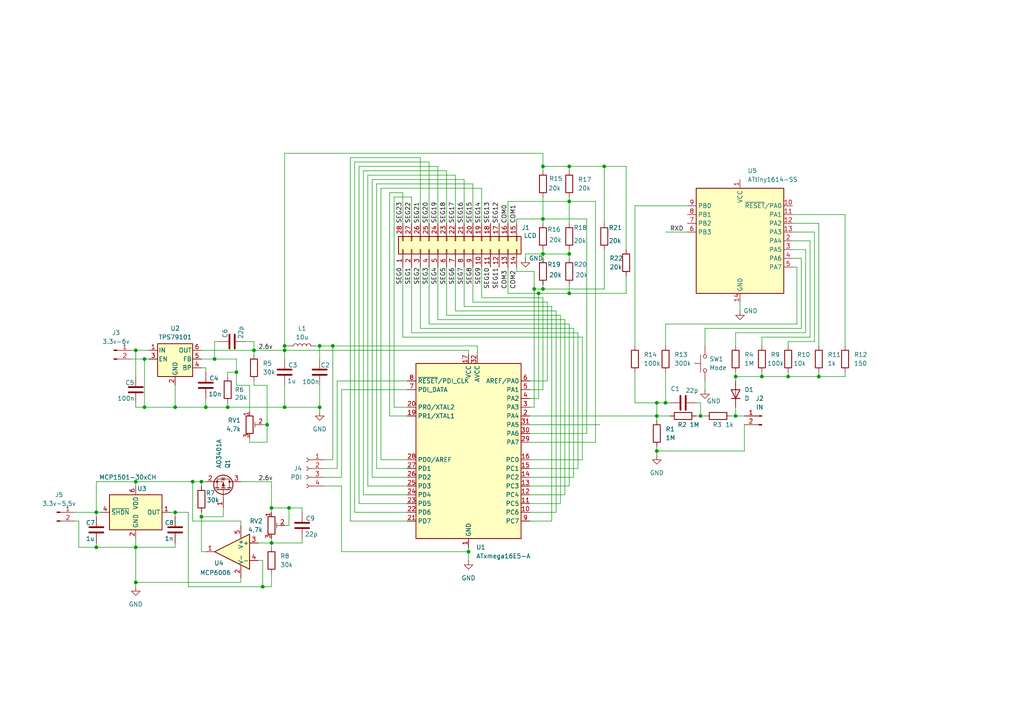
<source format=kicad_sch>
(kicad_sch (version 20231120) (generator "eeschema") (generator_version "8.0")
  (paper "A4")
  (lib_symbols
    (symbol "Amplifier_Operational:MCP6001-OT" (pin_names (offset 0.127))
      (property "Reference" "U" (at -1.27 6.35 0))
      (property "Value" "MCP6001-OT" (at -1.27 3.81 0))
      (symbol "MCP6001-OT_0_1"
        (polyline (pts (xy -5.08 5.08) (xy 5.08 0) (xy -5.08 -5.08) (xy -5.08 5.08)) (stroke (width 0.254)) (fill (type background)))
        (pin power_in line (at -2.54 -7.62 90) (length 3.81) (name "V-") (number "2"))
        (pin power_in line (at -2.54 7.62 270) (length 3.81) (name "V+") (number "5"))
      )
      (symbol "MCP6001-OT_1_1"
        (pin output line (at 7.62 0 180) (length 2.54) (name "~") (number "1"))
        (pin input line (at -7.62 2.54 0) (length 2.54) (name "+") (number "3"))
        (pin input line (at -7.62 -2.54 0) (length 2.54) (name "-") (number "4"))
      )
    )
    (symbol "Connector:Conn_01x02_Pin" (pin_names (offset 1.016) hide)
      (property "Reference" "J" (at 0 2.54 0))
      (property "Value" "Conn_01x02_Pin" (at 0 -5.08 0))
      (symbol "Conn_01x02_Pin_1_1"
        (polyline (pts (xy 1.27 -2.54) (xy 0.8636 -2.54)) (stroke (width 0.1524)))
        (polyline (pts (xy 1.27 0) (xy 0.8636 0)) (stroke (width 0.1524)))
        (rectangle (start 0.8636 -2.413) (end 0 -2.667) (stroke (width 0.1524)) (fill (type outline)))
        (rectangle (start 0.8636 0.127) (end 0 -0.127) (stroke (width 0.1524)) (fill (type outline)))
        (pin passive line (at 5.08 0 180) (length 3.81) (name "Pin_1") (number "1"))
        (pin passive line (at 5.08 -2.54 180) (length 3.81) (name "Pin_2") (number "2"))
      )
    )
    (symbol "Connector:Conn_01x04_Socket" (pin_names (offset 1.016) hide)
      (property "Reference" "J" (at 0 5.08 0))
      (property "Value" "Conn_01x04_Socket" (at 0 -7.62 0))
      (symbol "Conn_01x04_Socket_1_1"
        (arc (start 0 -4.572) (mid -0.5058 -5.08) (end 0 -5.588) (stroke (width 0.1524)))
        (arc (start 0 -2.032) (mid -0.5058 -2.54) (end 0 -3.048) (stroke (width 0.1524)))
        (polyline (pts (xy -1.27 -5.08) (xy -0.508 -5.08)) (stroke (width 0.1524)))
        (polyline (pts (xy -1.27 -2.54) (xy -0.508 -2.54)) (stroke (width 0.1524)))
        (polyline (pts (xy -1.27 0) (xy -0.508 0)) (stroke (width 0.1524)))
        (polyline (pts (xy -1.27 2.54) (xy -0.508 2.54)) (stroke (width 0.1524)))
        (arc (start 0 0.508) (mid -0.5058 0) (end 0 -0.508) (stroke (width 0.1524)))
        (arc (start 0 3.048) (mid -0.5058 2.54) (end 0 2.032) (stroke (width 0.1524)))
        (pin passive line (at -5.08 2.54 0) (length 3.81) (name "Pin_1") (number "1"))
        (pin passive line (at -5.08 0 0) (length 3.81) (name "Pin_2") (number "2"))
        (pin passive line (at -5.08 -2.54 0) (length 3.81) (name "Pin_3") (number "3"))
        (pin passive line (at -5.08 -5.08 0) (length 3.81) (name "Pin_4") (number "4"))
      )
    )
    (symbol "Connector_Generic:Conn_02x14_Counter_Clockwise" (pin_names (offset 1.016) hide)
      (property "Reference" "J" (at 1.27 17.78 0))
      (property "Value" "Conn_02x14_Counter_Clockwise" (at 1.27 -20.32 0))
      (symbol "Conn_02x14_Counter_Clockwise_1_1"
        (rectangle (start -1.27 -17.653) (end 0 -17.907) (stroke (width 0.1524)))
        (rectangle (start -1.27 -15.113) (end 0 -15.367) (stroke (width 0.1524)))
        (rectangle (start -1.27 -12.573) (end 0 -12.827) (stroke (width 0.1524)))
        (rectangle (start -1.27 -10.033) (end 0 -10.287) (stroke (width 0.1524)))
        (rectangle (start -1.27 -7.493) (end 0 -7.747) (stroke (width 0.1524)))
        (rectangle (start -1.27 -4.953) (end 0 -5.207) (stroke (width 0.1524)))
        (rectangle (start -1.27 -2.413) (end 0 -2.667) (stroke (width 0.1524)))
        (rectangle (start -1.27 0.127) (end 0 -0.127) (stroke (width 0.1524)))
        (rectangle (start -1.27 2.667) (end 0 2.413) (stroke (width 0.1524)))
        (rectangle (start -1.27 5.207) (end 0 4.953) (stroke (width 0.1524)))
        (rectangle (start -1.27 7.747) (end 0 7.493) (stroke (width 0.1524)))
        (rectangle (start -1.27 10.287) (end 0 10.033) (stroke (width 0.1524)))
        (rectangle (start -1.27 12.827) (end 0 12.573) (stroke (width 0.1524)))
        (rectangle (start -1.27 15.367) (end 0 15.113) (stroke (width 0.1524)))
        (rectangle (start -1.27 16.51) (end 3.81 -19.05) (stroke (width 0.254)) (fill (type background)))
        (rectangle (start 3.81 -17.653) (end 2.54 -17.907) (stroke (width 0.1524)))
        (rectangle (start 3.81 -15.113) (end 2.54 -15.367) (stroke (width 0.1524)))
        (rectangle (start 3.81 -12.573) (end 2.54 -12.827) (stroke (width 0.1524)))
        (rectangle (start 3.81 -10.033) (end 2.54 -10.287) (stroke (width 0.1524)))
        (rectangle (start 3.81 -7.493) (end 2.54 -7.747) (stroke (width 0.1524)))
        (rectangle (start 3.81 -4.953) (end 2.54 -5.207) (stroke (width 0.1524)))
        (rectangle (start 3.81 -2.413) (end 2.54 -2.667) (stroke (width 0.1524)))
        (rectangle (start 3.81 0.127) (end 2.54 -0.127) (stroke (width 0.1524)))
        (rectangle (start 3.81 2.667) (end 2.54 2.413) (stroke (width 0.1524)))
        (rectangle (start 3.81 5.207) (end 2.54 4.953) (stroke (width 0.1524)))
        (rectangle (start 3.81 7.747) (end 2.54 7.493) (stroke (width 0.1524)))
        (rectangle (start 3.81 10.287) (end 2.54 10.033) (stroke (width 0.1524)))
        (rectangle (start 3.81 12.827) (end 2.54 12.573) (stroke (width 0.1524)))
        (rectangle (start 3.81 15.367) (end 2.54 15.113) (stroke (width 0.1524)))
        (pin passive line (at -5.08 15.24 0) (length 3.81) (name "Pin_1") (number "1"))
        (pin passive line (at -5.08 -7.62 0) (length 3.81) (name "Pin_10") (number "10"))
        (pin passive line (at -5.08 -10.16 0) (length 3.81) (name "Pin_11") (number "11"))
        (pin passive line (at -5.08 -12.7 0) (length 3.81) (name "Pin_12") (number "12"))
        (pin passive line (at -5.08 -15.24 0) (length 3.81) (name "Pin_13") (number "13"))
        (pin passive line (at -5.08 -17.78 0) (length 3.81) (name "Pin_14") (number "14"))
        (pin passive line (at 7.62 -17.78 180) (length 3.81) (name "Pin_15") (number "15"))
        (pin passive line (at 7.62 -15.24 180) (length 3.81) (name "Pin_16") (number "16"))
        (pin passive line (at 7.62 -12.7 180) (length 3.81) (name "Pin_17") (number "17"))
        (pin passive line (at 7.62 -10.16 180) (length 3.81) (name "Pin_18") (number "18"))
        (pin passive line (at 7.62 -7.62 180) (length 3.81) (name "Pin_19") (number "19"))
        (pin passive line (at -5.08 12.7 0) (length 3.81) (name "Pin_2") (number "2"))
        (pin passive line (at 7.62 -5.08 180) (length 3.81) (name "Pin_20") (number "20"))
        (pin passive line (at 7.62 -2.54 180) (length 3.81) (name "Pin_21") (number "21"))
        (pin passive line (at 7.62 0 180) (length 3.81) (name "Pin_22") (number "22"))
        (pin passive line (at 7.62 2.54 180) (length 3.81) (name "Pin_23") (number "23"))
        (pin passive line (at 7.62 5.08 180) (length 3.81) (name "Pin_24") (number "24"))
        (pin passive line (at 7.62 7.62 180) (length 3.81) (name "Pin_25") (number "25"))
        (pin passive line (at 7.62 10.16 180) (length 3.81) (name "Pin_26") (number "26"))
        (pin passive line (at 7.62 12.7 180) (length 3.81) (name "Pin_27") (number "27"))
        (pin passive line (at 7.62 15.24 180) (length 3.81) (name "Pin_28") (number "28"))
        (pin passive line (at -5.08 10.16 0) (length 3.81) (name "Pin_3") (number "3"))
        (pin passive line (at -5.08 7.62 0) (length 3.81) (name "Pin_4") (number "4"))
        (pin passive line (at -5.08 5.08 0) (length 3.81) (name "Pin_5") (number "5"))
        (pin passive line (at -5.08 2.54 0) (length 3.81) (name "Pin_6") (number "6"))
        (pin passive line (at -5.08 0 0) (length 3.81) (name "Pin_7") (number "7"))
        (pin passive line (at -5.08 -2.54 0) (length 3.81) (name "Pin_8") (number "8"))
        (pin passive line (at -5.08 -5.08 0) (length 3.81) (name "Pin_9") (number "9"))
      )
    )
    (symbol "Device:C" (pin_numbers hide) (pin_names (offset 0.254))
      (property "Reference" "C" (at 0.635 2.54 0))
      (property "Value" "C" (at 0.635 -2.54 0))
      (symbol "C_0_1"
        (polyline (pts (xy -2.032 -0.762) (xy 2.032 -0.762)) (stroke (width 0.508)))
        (polyline (pts (xy -2.032 0.762) (xy 2.032 0.762)) (stroke (width 0.508)))
      )
      (symbol "C_1_1"
        (pin passive line (at 0 3.81 270) (length 2.794) (name "~") (number "1"))
        (pin passive line (at 0 -3.81 90) (length 2.794) (name "~") (number "2"))
      )
    )
    (symbol "Device:D" (pin_numbers hide) (pin_names (offset 1.016) hide)
      (property "Reference" "D" (at 0 2.54 0))
      (property "Value" "D" (at 0 -2.54 0))
      (symbol "D_0_1"
        (polyline (pts (xy -1.27 1.27) (xy -1.27 -1.27)) (stroke (width 0.254)))
        (polyline (pts (xy 1.27 0) (xy -1.27 0)))
        (polyline (pts (xy 1.27 1.27) (xy 1.27 -1.27) (xy -1.27 0) (xy 1.27 1.27)) (stroke (width 0.254)))
      )
      (symbol "D_1_1"
        (pin passive line (at -3.81 0 0) (length 2.54) (name "K") (number "1"))
        (pin passive line (at 3.81 0 180) (length 2.54) (name "A") (number "2"))
      )
    )
    (symbol "Device:L" (pin_numbers hide) (pin_names (offset 1.016) hide)
      (property "Reference" "L" (at -1.27 0 90))
      (property "Value" "L" (at 1.905 0 90))
      (symbol "L_0_1"
        (arc (start 0 -2.54) (mid 0.6323 -1.905) (end 0 -1.27))
        (arc (start 0 -1.27) (mid 0.6323 -0.635) (end 0 0))
        (arc (start 0 0) (mid 0.6323 0.635) (end 0 1.27))
        (arc (start 0 1.27) (mid 0.6323 1.905) (end 0 2.54))
      )
      (symbol "L_1_1"
        (pin passive line (at 0 3.81 270) (length 1.27) (name "1") (number "1"))
        (pin passive line (at 0 -3.81 90) (length 1.27) (name "2") (number "2"))
      )
    )
    (symbol "Device:R" (pin_numbers hide) (pin_names (offset 0))
      (property "Reference" "R" (at 2.032 0 90))
      (property "Value" "R" (at 0 0 90))
      (symbol "R_0_1"
        (rectangle (start -1.016 -2.54) (end 1.016 2.54) (stroke (width 0.254)))
      )
      (symbol "R_1_1"
        (pin passive line (at 0 3.81 270) (length 1.27) (name "~") (number "1"))
        (pin passive line (at 0 -3.81 90) (length 1.27) (name "~") (number "2"))
      )
    )
    (symbol "Device:R_Potentiometer_Trim" (pin_names (offset 1.016) hide)
      (property "Reference" "RV" (at -4.445 0 90))
      (property "Value" "R_Potentiometer_Trim" (at -2.54 0 90))
      (symbol "R_Potentiometer_Trim_0_1"
        (polyline (pts (xy 1.524 0.762) (xy 1.524 -0.762)))
        (polyline (pts (xy 2.54 0) (xy 1.524 0)))
        (rectangle (start 1.016 2.54) (end -1.016 -2.54) (stroke (width 0.254)))
      )
      (symbol "R_Potentiometer_Trim_1_1"
        (pin passive line (at 0 3.81 270) (length 1.27) (name "1") (number "1"))
        (pin passive line (at 3.81 0 180) (length 1.27) (name "2") (number "2"))
        (pin passive line (at 0 -3.81 90) (length 1.27) (name "3") (number "3"))
      )
    )
    (symbol "MCU_Microchip_ATmega:ATxmega16E5-A"
      (property "Reference" "U" (at -15.24 26.67 0))
      (property "Value" "ATxmega16E5-A" (at 2.54 -26.67 0))
      (symbol "ATxmega16E5-A_0_1"
        (rectangle (start -15.24 -25.4) (end 15.24 25.4) (stroke (width 0.254)) (fill (type background)))
      )
      (symbol "ATxmega16E5-A_1_1"
        (pin power_in line (at 0 -27.94 90) (length 2.54) (name "GND") (number "1"))
        (pin bidirectional line (at 17.78 -17.78 180) (length 2.54) (name "PC6") (number "10"))
        (pin bidirectional line (at 17.78 -15.24 180) (length 2.54) (name "PC5") (number "11"))
        (pin bidirectional line (at 17.78 -12.7 180) (length 2.54) (name "PC4") (number "12"))
        (pin bidirectional line (at 17.78 -10.16 180) (length 2.54) (name "PC3") (number "13"))
        (pin bidirectional line (at 17.78 -7.62 180) (length 2.54) (name "PC2") (number "14"))
        (pin bidirectional line (at 17.78 -5.08 180) (length 2.54) (name "PC1") (number "15"))
        (pin bidirectional line (at 17.78 -2.54 180) (length 2.54) (name "PC0") (number "16"))
        (pin power_in line (at 0 27.94 270) (length 2.54) (name "VCC") (number "17"))
        (pin passive line (at 0 -27.94 90) (length 2.54) hide (name "GND") (number "18"))
        (pin bidirectional line (at -17.78 10.16 0) (length 2.54) (name "PR1/XTAL1") (number "19"))
        (pin bidirectional line (at 17.78 10.16 180) (length 2.54) (name "PA4") (number "2"))
        (pin bidirectional line (at -17.78 12.7 0) (length 2.54) (name "PR0/XTAL2") (number "20"))
        (pin bidirectional line (at -17.78 -20.32 0) (length 2.54) (name "PD7") (number "21"))
        (pin bidirectional line (at -17.78 -17.78 0) (length 2.54) (name "PD6") (number "22"))
        (pin bidirectional line (at -17.78 -15.24 0) (length 2.54) (name "PD5") (number "23"))
        (pin bidirectional line (at -17.78 -12.7 0) (length 2.54) (name "PD4") (number "24"))
        (pin bidirectional line (at -17.78 -10.16 0) (length 2.54) (name "PD3") (number "25"))
        (pin bidirectional line (at -17.78 -7.62 0) (length 2.54) (name "PD2") (number "26"))
        (pin bidirectional line (at -17.78 -5.08 0) (length 2.54) (name "PD1") (number "27"))
        (pin bidirectional line (at -17.78 -2.54 0) (length 2.54) (name "PD0/AREF") (number "28"))
        (pin bidirectional line (at 17.78 2.54 180) (length 2.54) (name "PA7") (number "29"))
        (pin bidirectional line (at 17.78 12.7 180) (length 2.54) (name "PA3") (number "3"))
        (pin bidirectional line (at 17.78 5.08 180) (length 2.54) (name "PA6") (number "30"))
        (pin bidirectional line (at 17.78 7.62 180) (length 2.54) (name "PA5") (number "31"))
        (pin power_in line (at 2.54 27.94 270) (length 2.54) (name "AVCC") (number "32"))
        (pin bidirectional line (at 17.78 15.24 180) (length 2.54) (name "PA2") (number "4"))
        (pin bidirectional line (at 17.78 17.78 180) (length 2.54) (name "PA1") (number "5"))
        (pin bidirectional line (at 17.78 20.32 180) (length 2.54) (name "AREF/PA0") (number "6"))
        (pin bidirectional line (at -17.78 17.78 0) (length 2.54) (name "PDI_DATA") (number "7"))
        (pin input line (at -17.78 20.32 0) (length 2.54) (name "~{RESET}/PDI_CLK") (number "8"))
        (pin bidirectional line (at 17.78 -20.32 180) (length 2.54) (name "PC7") (number "9"))
      )
    )
    (symbol "MCU_Microchip_ATtiny:ATtiny1614-SS"
      (property "Reference" "U" (at -12.7 16.51 0))
      (property "Value" "ATtiny1614-SS" (at 2.54 -16.51 0))
      (symbol "ATtiny1614-SS_0_1"
        (rectangle (start -12.7 -15.24) (end 12.7 15.24) (stroke (width 0.254)) (fill (type background)))
      )
      (symbol "ATtiny1614-SS_1_1"
        (pin power_in line (at 0 17.78 270) (length 2.54) (name "VCC") (number "1"))
        (pin bidirectional line (at 15.24 10.16 180) (length 2.54) (name "~{RESET}/PA0") (number "10"))
        (pin bidirectional line (at 15.24 7.62 180) (length 2.54) (name "PA1") (number "11"))
        (pin bidirectional line (at 15.24 5.08 180) (length 2.54) (name "PA2") (number "12"))
        (pin bidirectional line (at 15.24 2.54 180) (length 2.54) (name "PA3") (number "13"))
        (pin power_in line (at 0 -17.78 90) (length 2.54) (name "GND") (number "14"))
        (pin bidirectional line (at 15.24 0 180) (length 2.54) (name "PA4") (number "2"))
        (pin bidirectional line (at 15.24 -2.54 180) (length 2.54) (name "PA5") (number "3"))
        (pin bidirectional line (at 15.24 -5.08 180) (length 2.54) (name "PA6") (number "4"))
        (pin bidirectional line (at 15.24 -7.62 180) (length 2.54) (name "PA7") (number "5"))
        (pin bidirectional line (at -15.24 2.54 0) (length 2.54) (name "PB3") (number "6"))
        (pin bidirectional line (at -15.24 5.08 0) (length 2.54) (name "PB2") (number "7"))
        (pin bidirectional line (at -15.24 7.62 0) (length 2.54) (name "PB1") (number "8"))
        (pin bidirectional line (at -15.24 10.16 0) (length 2.54) (name "PB0") (number "9"))
      )
    )
    (symbol "Reference_Voltage:MCP1501-30xCH"
      (property "Reference" "U" (at -6.35 6.35 0))
      (property "Value" "MCP1501-30xCH" (at 10.16 6.35 0))
      (symbol "MCP1501-30xCH_0_0"
        (pin power_out line (at 10.16 0 180) (length 2.54) (name "OUT") (number "1"))
        (pin power_in line (at 0 -7.62 90) (length 2.54) (name "GND") (number "2"))
        (pin passive line (at 0 -7.62 90) (length 2.54) hide (name "GND") (number "3"))
        (pin input line (at -10.16 0 0) (length 2.54) (name "~{SHDN}") (number "4"))
        (pin passive line (at 0 -7.62 90) (length 2.54) hide (name "GND") (number "5"))
        (pin power_in line (at 0 7.62 270) (length 2.54) (name "VDD") (number "6"))
      )
      (symbol "MCP1501-30xCH_0_1"
        (rectangle (start -7.62 5.08) (end 7.62 -5.08) (stroke (width 0.254)) (fill (type background)))
      )
    )
    (symbol "Regulator_Linear:TPS79301-EP" (pin_names (offset 0.254))
      (property "Reference" "U" (at -3.81 5.715 0))
      (property "Value" "TPS79301-EP" (at 0 5.715 0))
      (symbol "TPS79301-EP_1_1"
        (rectangle (start 5.08 -5.08) (end -5.08 4.445) (stroke (width 0.254)) (fill (type background)))
        (pin power_in line (at -7.62 2.54 0) (length 2.54) (name "IN") (number "1"))
        (pin power_in line (at 0 -7.62 90) (length 2.54) (name "GND") (number "2"))
        (pin input line (at -7.62 0 0) (length 2.54) (name "EN") (number "3"))
        (pin passive line (at 7.62 -2.54 180) (length 2.54) (name "BP") (number "4"))
        (pin input line (at 7.62 0 180) (length 2.54) (name "FB") (number "5"))
        (pin power_out line (at 7.62 2.54 180) (length 2.54) (name "OUT") (number "6"))
      )
    )
    (symbol "Switch:SW_Push" (pin_numbers hide) (pin_names (offset 1.016) hide)
      (property "Reference" "SW" (at 1.27 2.54 0))
      (property "Value" "SW_Push" (at 0 -1.524 0))
      (symbol "SW_Push_0_1"
        (circle (center -2.032 0) (radius 0.508))
        (polyline (pts (xy 0 1.27) (xy 0 3.048)))
        (polyline (pts (xy 2.54 1.27) (xy -2.54 1.27)))
        (circle (center 2.032 0) (radius 0.508))
        (pin passive line (at -5.08 0 0) (length 2.54) (name "1") (number "1"))
        (pin passive line (at 5.08 0 180) (length 2.54) (name "2") (number "2"))
      )
    )
    (symbol "Transistor_FET:AO3401A" (pin_names hide)
      (property "Reference" "Q" (at 5.08 1.905 0))
      (property "Value" "AO3401A" (at 5.08 0 0))
      (symbol "AO3401A_0_1"
        (polyline (pts (xy 0.254 0) (xy -2.54 0)))
        (polyline (pts (xy 0.254 1.905) (xy 0.254 -1.905)) (stroke (width 0.254)))
        (polyline (pts (xy 0.762 -1.27) (xy 0.762 -2.286)) (stroke (width 0.254)))
        (polyline (pts (xy 0.762 0.508) (xy 0.762 -0.508)) (stroke (width 0.254)))
        (polyline (pts (xy 0.762 2.286) (xy 0.762 1.27)) (stroke (width 0.254)))
        (polyline (pts (xy 2.54 2.54) (xy 2.54 1.778)))
        (polyline (pts (xy 2.54 -2.54) (xy 2.54 0) (xy 0.762 0)))
        (polyline (pts (xy 0.762 1.778) (xy 3.302 1.778) (xy 3.302 -1.778) (xy 0.762 -1.778)))
        (polyline (pts (xy 2.286 0) (xy 1.27 0.381) (xy 1.27 -0.381) (xy 2.286 0)) (fill (type outline)))
        (polyline (pts (xy 2.794 -0.508) (xy 2.921 -0.381) (xy 3.683 -0.381) (xy 3.81 -0.254)))
        (polyline (pts (xy 3.302 -0.381) (xy 2.921 0.254) (xy 3.683 0.254) (xy 3.302 -0.381)))
        (circle (center 1.651 0) (radius 2.794) (stroke (width 0.254)))
        (circle (center 2.54 -1.778) (radius 0.254) (fill (type outline)))
        (circle (center 2.54 1.778) (radius 0.254) (fill (type outline)))
      )
      (symbol "AO3401A_1_1"
        (pin input line (at -5.08 0 0) (length 2.54) (name "G") (number "1"))
        (pin passive line (at 2.54 -5.08 90) (length 2.54) (name "S") (number "2"))
        (pin passive line (at 2.54 5.08 270) (length 2.54) (name "D") (number "3"))
      )
    )
    (symbol "power:GND" (power) (pin_numbers hide) (pin_names (offset 0) hide)
      (property "Value" "GND" (at 0 -3.81 0))
      (symbol "GND_0_1"
        (polyline (pts (xy 0 0) (xy 0 -1.27) (xy 1.27 -1.27) (xy 0 -2.54) (xy -1.27 -1.27) (xy 0 -1.27)))
      )
      (symbol "GND_1_1"
        (pin power_in line (at 0 0 270) (length 0) (name "~") (number "1"))
      )
    )
  )
  (junction (at 228.6 109.22))
  (junction (at 68.58 107.95))
  (junction (at 73.66 101.6))
  (junction (at 27.94 148.59))
  (junction (at 96.52 100.33))
  (junction (at 39.37 168.91))
  (junction (at 154.94 83.82))
  (junction (at 76.2 170.18))
  (junction (at 82.55 118.11))
  (junction (at 82.55 100.33))
  (junction (at 165.1 58.42))
  (junction (at 220.98 109.22))
  (junction (at 165.1 85.09))
  (junction (at 66.04 118.11))
  (junction (at 157.48 83.82))
  (junction (at 190.5 116.84))
  (junction (at 41.91 118.11))
  (junction (at 157.48 63.5))
  (junction (at 39.37 158.75))
  (junction (at 193.04 116.84))
  (junction (at 59.69 118.11))
  (junction (at 165.1 48.26))
  (junction (at 175.26 48.26))
  (junction (at 50.8 148.59))
  (junction (at 135.89 160.02))
  (junction (at 92.71 100.33))
  (junction (at 213.36 109.22))
  (junction (at 27.94 158.75))
  (junction (at 157.48 73.66))
  (junction (at 83.82 147.32))
  (junction (at 190.5 130.81))
  (junction (at 203.2 120.65))
  (junction (at 58.42 149.86))
  (junction (at 190.5 120.65))
  (junction (at 157.48 48.26))
  (junction (at 77.47 123.19))
  (junction (at 41.91 104.14))
  (junction (at 50.8 118.11))
  (junction (at 55.88 139.7))
  (junction (at 39.37 101.6))
  (junction (at 156.21 85.09))
  (junction (at 165.1 73.66))
  (junction (at 213.36 120.65))
  (junction (at 39.37 139.7))
  (junction (at 58.42 139.7))
  (junction (at 237.49 109.22))
  (junction (at 62.23 104.14))
  (junction (at 82.55 101.6))
  (junction (at 78.74 147.32))
  (junction (at 78.74 157.48))
  (junction (at 92.71 118.11))
  (wire (pts (xy 229.87 67.31) (xy 236.22 67.31)))
  (wire (pts (xy 158.75 110.49) (xy 158.75 87.63)))
  (wire (pts (xy 58.42 160.02) (xy 58.42 149.86)))
  (wire (pts (xy 229.87 64.77) (xy 237.49 64.77)))
  (wire (pts (xy 137.16 53.34) (xy 137.16 64.77)))
  (wire (pts (xy 124.46 46.99) (xy 124.46 64.77)))
  (wire (pts (xy 175.26 72.39) (xy 175.26 83.82)))
  (wire (pts (xy 228.6 109.22) (xy 237.49 109.22)))
  (wire (pts (xy 204.47 110.49) (xy 204.47 113.03)))
  (wire (pts (xy 39.37 118.11) (xy 41.91 118.11)))
  (wire (pts (xy 29.21 148.59) (xy 27.94 148.59)))
  (wire (pts (xy 160.02 151.13) (xy 160.02 88.9)))
  (wire (pts (xy 157.48 48.26) (xy 157.48 44.45)))
  (wire (pts (xy 233.68 72.39) (xy 233.68 96.52)))
  (wire (pts (xy 72.39 127) (xy 72.39 128.27)))
  (wire (pts (xy 153.67 110.49) (xy 158.75 110.49)))
  (wire (pts (xy 58.42 106.68) (xy 59.69 106.68)))
  (wire (pts (xy 87.63 147.32) (xy 83.82 147.32)))
  (wire (pts (xy 50.8 118.11) (xy 59.69 118.11)))
  (wire (pts (xy 114.3 57.15) (xy 119.38 57.15)))
  (wire (pts (xy 156.21 115.57) (xy 156.21 85.09)))
  (wire (pts (xy 237.49 107.95) (xy 237.49 109.22)))
  (wire (pts (xy 39.37 158.75) (xy 39.37 168.91)))
  (wire (pts (xy 157.48 113.03) (xy 157.48 86.36)))
  (wire (pts (xy 181.61 48.26) (xy 175.26 48.26)))
  (wire (pts (xy 214.63 87.63) (xy 214.63 90.17)))
  (wire (pts (xy 55.88 139.7) (xy 58.42 139.7)))
  (wire (pts (xy 175.26 64.77) (xy 175.26 48.26)))
  (wire (pts (xy 157.48 82.55) (xy 157.48 83.82)))
  (wire (pts (xy 132.08 50.8) (xy 132.08 64.77)))
  (wire (pts (xy 66.04 107.95) (xy 68.58 107.95)))
  (wire (pts (xy 172.72 58.42) (xy 165.1 58.42)))
  (wire (pts (xy 213.36 109.22) (xy 220.98 109.22)))
  (wire (pts (xy 231.14 93.98) (xy 193.04 93.98)))
  (wire (pts (xy 204.47 95.25) (xy 204.47 100.33)))
  (wire (pts (xy 163.83 92.71) (xy 127 92.71)))
  (wire (pts (xy 76.2 162.56) (xy 76.2 170.18)))
  (wire (pts (xy 39.37 101.6) (xy 39.37 109.22)))
  (wire (pts (xy 165.1 58.42) (xy 165.1 64.77)))
  (wire (pts (xy 157.48 48.26) (xy 165.1 48.26)))
  (wire (pts (xy 59.69 106.68) (xy 59.69 107.95)))
  (wire (pts (xy 170.18 125.73) (xy 170.18 63.5)))
  (wire (pts (xy 160.02 88.9) (xy 134.62 88.9)))
  (wire (pts (xy 162.56 146.05) (xy 162.56 91.44)))
  (wire (pts (xy 127 48.26) (xy 127 64.77)))
  (wire (pts (xy 114.3 118.11) (xy 114.3 57.15)))
  (wire (pts (xy 109.22 53.34) (xy 137.16 53.34)))
  (wire (pts (xy 109.22 135.89) (xy 109.22 53.34)))
  (wire (pts (xy 82.55 100.33) (xy 82.55 101.6)))
  (wire (pts (xy 113.03 120.65) (xy 113.03 55.88)))
  (wire (pts (xy 82.55 152.4) (xy 83.82 152.4)))
  (wire (pts (xy 234.95 97.79) (xy 220.98 97.79)))
  (wire (pts (xy 193.04 93.98) (xy 193.04 100.33)))
  (wire (pts (xy 161.29 90.17) (xy 132.08 90.17)))
  (wire (pts (xy 135.89 158.75) (xy 135.89 160.02)))
  (wire (pts (xy 138.43 100.33) (xy 138.43 102.87)))
  (wire (pts (xy 54.61 170.18) (xy 54.61 148.59)))
  (wire (pts (xy 50.8 111.76) (xy 50.8 118.11)))
  (wire (pts (xy 106.68 140.97) (xy 106.68 50.8)))
  (wire (pts (xy 107.95 52.07) (xy 134.62 52.07)))
  (wire (pts (xy 116.84 55.88) (xy 116.84 64.77)))
  (wire (pts (xy 129.54 49.53) (xy 129.54 64.77)))
  (wire (pts (xy 71.12 99.06) (xy 73.66 99.06)))
  (wire (pts (xy 194.31 116.84) (xy 193.04 116.84)))
  (wire (pts (xy 172.72 128.27) (xy 172.72 58.42)))
  (wire (pts (xy 105.41 143.51) (xy 105.41 49.53)))
  (wire (pts (xy 43.18 104.14) (xy 41.91 104.14)))
  (wire (pts (xy 165.1 48.26) (xy 165.1 49.53)))
  (wire (pts (xy 66.04 118.11) (xy 82.55 118.11)))
  (wire (pts (xy 175.26 83.82) (xy 157.48 83.82)))
  (wire (pts (xy 59.69 118.11) (xy 66.04 118.11)))
  (wire (pts (xy 163.83 143.51) (xy 163.83 92.71)))
  (wire (pts (xy 232.41 95.25) (xy 204.47 95.25)))
  (wire (pts (xy 105.41 49.53) (xy 129.54 49.53)))
  (wire (pts (xy 39.37 139.7) (xy 39.37 140.97)))
  (wire (pts (xy 229.87 72.39) (xy 233.68 72.39)))
  (wire (pts (xy 101.6 151.13) (xy 101.6 45.72)))
  (wire (pts (xy 213.36 118.11) (xy 213.36 120.65)))
  (wire (pts (xy 157.48 63.5) (xy 157.48 64.77)))
  (wire (pts (xy 203.2 116.84) (xy 203.2 120.65)))
  (wire (pts (xy 118.11 138.43) (xy 107.95 138.43)))
  (wire (pts (xy 135.89 160.02) (xy 135.89 162.56)))
  (wire (pts (xy 212.09 120.65) (xy 213.36 120.65)))
  (wire (pts (xy 121.92 45.72) (xy 121.92 64.77)))
  (wire (pts (xy 153.67 123.19) (xy 173.99 123.19)))
  (wire (pts (xy 234.95 69.85) (xy 234.95 97.79)))
  (wire (pts (xy 118.11 148.59) (xy 102.87 148.59)))
  (wire (pts (xy 97.79 110.49) (xy 118.11 110.49)))
  (wire (pts (xy 93.98 135.89) (xy 97.79 135.89)))
  (wire (pts (xy 99.06 140.97) (xy 99.06 160.02)))
  (wire (pts (xy 99.06 113.03) (xy 118.11 113.03)))
  (wire (pts (xy 107.95 138.43) (xy 107.95 52.07)))
  (wire (pts (xy 184.15 59.69) (xy 199.39 59.69)))
  (wire (pts (xy 101.6 45.72) (xy 121.92 45.72)))
  (wire (pts (xy 215.9 123.19) (xy 215.9 130.81)))
  (wire (pts (xy 87.63 156.21) (xy 87.63 157.48)))
  (wire (pts (xy 181.61 80.01) (xy 181.61 85.09)))
  (wire (pts (xy 66.04 116.84) (xy 66.04 118.11)))
  (wire (pts (xy 27.94 158.75) (xy 39.37 158.75)))
  (wire (pts (xy 73.66 101.6) (xy 82.55 101.6)))
  (wire (pts (xy 39.37 168.91) (xy 39.37 170.18)))
  (wire (pts (xy 161.29 148.59) (xy 161.29 90.17)))
  (wire (pts (xy 39.37 101.6) (xy 43.18 101.6)))
  (wire (pts (xy 156.21 85.09) (xy 147.32 85.09)))
  (wire (pts (xy 119.38 77.47) (xy 119.38 96.52)))
  (wire (pts (xy 78.74 166.37) (xy 78.74 170.18)))
  (wire (pts (xy 147.32 58.42) (xy 147.32 64.77)))
  (wire (pts (xy 78.74 170.18) (xy 76.2 170.18)))
  (wire (pts (xy 59.69 115.57) (xy 59.69 118.11)))
  (wire (pts (xy 27.94 157.48) (xy 27.94 158.75)))
  (wire (pts (xy 137.16 87.63) (xy 137.16 77.47)))
  (wire (pts (xy 78.74 148.59) (xy 78.74 147.32)))
  (wire (pts (xy 153.67 120.65) (xy 190.5 120.65)))
  (wire (pts (xy 165.1 73.66) (xy 157.48 73.66)))
  (wire (pts (xy 74.93 162.56) (xy 76.2 162.56)))
  (wire (pts (xy 124.46 93.98) (xy 124.46 77.47)))
  (wire (pts (xy 157.48 73.66) (xy 157.48 74.93)))
  (wire (pts (xy 92.71 100.33) (xy 96.52 100.33)))
  (wire (pts (xy 236.22 99.06) (xy 228.6 99.06)))
  (wire (pts (xy 77.47 128.27) (xy 77.47 123.19)))
  (wire (pts (xy 165.1 85.09) (xy 156.21 85.09)))
  (wire (pts (xy 41.91 104.14) (xy 41.91 118.11)))
  (wire (pts (xy 220.98 97.79) (xy 220.98 100.33)))
  (wire (pts (xy 119.38 57.15) (xy 119.38 64.77)))
  (wire (pts (xy 181.61 72.39) (xy 181.61 48.26)))
  (wire (pts (xy 153.67 143.51) (xy 163.83 143.51)))
  (wire (pts (xy 165.1 73.66) (xy 165.1 74.93)))
  (wire (pts (xy 153.67 118.11) (xy 154.94 118.11)))
  (wire (pts (xy 49.53 148.59) (xy 50.8 148.59)))
  (wire (pts (xy 50.8 158.75) (xy 39.37 158.75)))
  (wire (pts (xy 153.67 113.03) (xy 157.48 113.03)))
  (wire (pts (xy 41.91 118.11) (xy 50.8 118.11)))
  (wire (pts (xy 93.98 133.35) (xy 96.52 133.35)))
  (wire (pts (xy 193.04 116.84) (xy 190.5 116.84)))
  (wire (pts (xy 99.06 113.03) (xy 99.06 138.43)))
  (wire (pts (xy 168.91 97.79) (xy 116.84 97.79)))
  (wire (pts (xy 118.11 146.05) (xy 104.14 146.05)))
  (wire (pts (xy 27.94 148.59) (xy 27.94 139.7)))
  (wire (pts (xy 162.56 91.44) (xy 129.54 91.44)))
  (wire (pts (xy 232.41 74.93) (xy 232.41 95.25)))
  (wire (pts (xy 74.93 157.48) (xy 78.74 157.48)))
  (wire (pts (xy 157.48 49.53) (xy 157.48 48.26)))
  (wire (pts (xy 76.2 170.18) (xy 54.61 170.18)))
  (wire (pts (xy 213.36 96.52) (xy 213.36 100.33)))
  (wire (pts (xy 170.18 63.5) (xy 157.48 63.5)))
  (wire (pts (xy 39.37 168.91) (xy 69.85 168.91)))
  (wire (pts (xy 166.37 138.43) (xy 166.37 95.25)))
  (wire (pts (xy 118.11 120.65) (xy 113.03 120.65)))
  (wire (pts (xy 87.63 148.59) (xy 87.63 147.32)))
  (wire (pts (xy 153.67 138.43) (xy 166.37 138.43)))
  (wire (pts (xy 55.88 139.7) (xy 55.88 151.13)))
  (wire (pts (xy 63.5 99.06) (xy 62.23 99.06)))
  (wire (pts (xy 153.67 133.35) (xy 168.91 133.35)))
  (wire (pts (xy 38.1 104.14) (xy 41.91 104.14)))
  (wire (pts (xy 165.1 82.55) (xy 165.1 85.09)))
  (wire (pts (xy 157.48 57.15) (xy 157.48 63.5)))
  (wire (pts (xy 215.9 130.81) (xy 190.5 130.81)))
  (wire (pts (xy 104.14 146.05) (xy 104.14 48.26)))
  (wire (pts (xy 62.23 99.06) (xy 62.23 104.14)))
  (wire (pts (xy 69.85 167.64) (xy 69.85 168.91)))
  (wire (pts (xy 134.62 52.07) (xy 134.62 64.77)))
  (wire (pts (xy 118.11 118.11) (xy 114.3 118.11)))
  (wire (pts (xy 118.11 135.89) (xy 109.22 135.89)))
  (wire (pts (xy 184.15 59.69) (xy 184.15 100.33)))
  (wire (pts (xy 220.98 109.22) (xy 228.6 109.22)))
  (wire (pts (xy 59.69 139.7) (xy 58.42 139.7)))
  (wire (pts (xy 231.14 77.47) (xy 231.14 93.98)))
  (wire (pts (xy 54.61 148.59) (xy 50.8 148.59)))
  (wire (pts (xy 168.91 133.35) (xy 168.91 97.79)))
  (wire (pts (xy 233.68 96.52) (xy 213.36 96.52)))
  (wire (pts (xy 149.86 63.5) (xy 149.86 64.77)))
  (wire (pts (xy 165.1 58.42) (xy 147.32 58.42)))
  (wire (pts (xy 58.42 104.14) (xy 62.23 104.14)))
  (wire (pts (xy 153.67 135.89) (xy 167.64 135.89)))
  (wire (pts (xy 228.6 99.06) (xy 228.6 100.33)))
  (wire (pts (xy 181.61 85.09) (xy 165.1 85.09)))
  (wire (pts (xy 102.87 46.99) (xy 124.46 46.99)))
  (wire (pts (xy 134.62 88.9) (xy 134.62 77.47)))
  (wire (pts (xy 102.87 148.59) (xy 102.87 46.99)))
  (wire (pts (xy 39.37 139.7) (xy 55.88 139.7)))
  (wire (pts (xy 153.67 125.73) (xy 170.18 125.73)))
  (wire (pts (xy 175.26 48.26) (xy 165.1 48.26)))
  (wire (pts (xy 190.5 121.92) (xy 190.5 120.65)))
  (wire (pts (xy 153.67 115.57) (xy 156.21 115.57)))
  (wire (pts (xy 190.5 120.65) (xy 194.31 120.65)))
  (wire (pts (xy 157.48 72.39) (xy 157.48 73.66)))
  (wire (pts (xy 165.1 72.39) (xy 165.1 73.66)))
  (wire (pts (xy 96.52 100.33) (xy 138.43 100.33)))
  (wire (pts (xy 245.11 107.95) (xy 245.11 109.22)))
  (wire (pts (xy 153.67 146.05) (xy 162.56 146.05)))
  (wire (pts (xy 69.85 152.4) (xy 69.85 151.13)))
  (wire (pts (xy 201.93 120.65) (xy 203.2 120.65)))
  (wire (pts (xy 154.94 78.74) (xy 149.86 78.74)))
  (wire (pts (xy 153.67 148.59) (xy 161.29 148.59)))
  (wire (pts (xy 22.86 151.13) (xy 22.86 158.75)))
  (wire (pts (xy 99.06 160.02) (xy 135.89 160.02)))
  (wire (pts (xy 21.59 151.13) (xy 22.86 151.13)))
  (wire (pts (xy 39.37 156.21) (xy 39.37 158.75)))
  (wire (pts (xy 82.55 118.11) (xy 92.71 118.11)))
  (wire (pts (xy 213.36 107.95) (xy 213.36 109.22)))
  (wire (pts (xy 118.11 140.97) (xy 106.68 140.97)))
  (wire (pts (xy 229.87 69.85) (xy 234.95 69.85)))
  (wire (pts (xy 78.74 147.32) (xy 78.74 139.7)))
  (wire (pts (xy 73.66 111.76) (xy 77.47 111.76)))
  (wire (pts (xy 106.68 50.8) (xy 132.08 50.8)))
  (wire (pts (xy 157.48 86.36) (xy 139.7 86.36)))
  (wire (pts (xy 167.64 96.52) (xy 119.38 96.52)))
  (wire (pts (xy 82.55 44.45) (xy 82.55 100.33)))
  (wire (pts (xy 153.67 151.13) (xy 160.02 151.13)))
  (wire (pts (xy 78.74 157.48) (xy 78.74 158.75)))
  (wire (pts (xy 157.48 83.82) (xy 154.94 83.82)))
  (wire (pts (xy 58.42 101.6) (xy 73.66 101.6)))
  (wire (pts (xy 58.42 148.59) (xy 58.42 149.86)))
  (wire (pts (xy 201.93 116.84) (xy 203.2 116.84)))
  (wire (pts (xy 91.44 100.33) (xy 92.71 100.33)))
  (wire (pts (xy 27.94 139.7) (xy 39.37 139.7)))
  (wire (pts (xy 229.87 62.23) (xy 245.11 62.23)))
  (wire (pts (xy 58.42 149.86) (xy 64.77 149.86)))
  (wire (pts (xy 135.89 101.6) (xy 135.89 102.87)))
  (wire (pts (xy 72.39 119.38) (xy 72.39 111.76)))
  (wire (pts (xy 229.87 74.93) (xy 232.41 74.93)))
  (wire (pts (xy 50.8 157.48) (xy 50.8 158.75)))
  (wire (pts (xy 97.79 135.89) (xy 97.79 110.49)))
  (wire (pts (xy 149.86 78.74) (xy 149.86 77.47)))
  (wire (pts (xy 193.04 67.31) (xy 199.39 67.31)))
  (wire (pts (xy 82.55 111.76) (xy 82.55 118.11)))
  (wire (pts (xy 236.22 67.31) (xy 236.22 99.06)))
  (wire (pts (xy 77.47 123.19) (xy 77.47 111.76)))
  (wire (pts (xy 132.08 90.17) (xy 132.08 77.47)))
  (wire (pts (xy 21.59 148.59) (xy 27.94 148.59)))
  (wire (pts (xy 38.1 101.6) (xy 39.37 101.6)))
  (wire (pts (xy 87.63 157.48) (xy 78.74 157.48)))
  (wire (pts (xy 129.54 77.47) (xy 129.54 91.44)))
  (wire (pts (xy 139.7 54.61) (xy 139.7 64.77)))
  (wire (pts (xy 68.58 111.76) (xy 68.58 107.95)))
  (wire (pts (xy 66.04 109.22) (xy 66.04 107.95)))
  (wire (pts (xy 245.11 62.23) (xy 245.11 100.33)))
  (wire (pts (xy 118.11 151.13) (xy 101.6 151.13)))
  (wire (pts (xy 165.1 93.98) (xy 124.46 93.98)))
  (wire (pts (xy 153.67 140.97) (xy 165.1 140.97)))
  (wire (pts (xy 68.58 107.95) (xy 68.58 104.14)))
  (wire (pts (xy 237.49 64.77) (xy 237.49 100.33)))
  (wire (pts (xy 73.66 99.06) (xy 73.66 101.6)))
  (wire (pts (xy 167.64 135.89) (xy 167.64 96.52)))
  (wire (pts (xy 78.74 139.7) (xy 69.85 139.7)))
  (wire (pts (xy 110.49 133.35) (xy 110.49 54.61)))
  (wire (pts (xy 203.2 120.65) (xy 204.47 120.65)))
  (wire (pts (xy 96.52 133.35) (xy 96.52 100.33)))
  (wire (pts (xy 147.32 85.09) (xy 147.32 77.47)))
  (wire (pts (xy 193.04 107.95) (xy 193.04 116.84)))
  (wire (pts (xy 72.39 128.27) (xy 77.47 128.27)))
  (wire (pts (xy 213.36 109.22) (xy 213.36 110.49)))
  (wire (pts (xy 76.2 123.19) (xy 77.47 123.19)))
  (wire (pts (xy 228.6 107.95) (xy 228.6 109.22)))
  (wire (pts (xy 166.37 95.25) (xy 121.92 95.25)))
  (wire (pts (xy 82.55 101.6) (xy 135.89 101.6)))
  (wire (pts (xy 158.75 87.63) (xy 137.16 87.63)))
  (wire (pts (xy 153.67 128.27) (xy 172.72 128.27)))
  (wire (pts (xy 165.1 140.97) (xy 165.1 93.98)))
  (wire (pts (xy 78.74 156.21) (xy 78.74 157.48)))
  (wire (pts (xy 220.98 107.95) (xy 220.98 109.22)))
  (wire (pts (xy 213.36 120.65) (xy 215.9 120.65)))
  (wire (pts (xy 64.77 147.32) (xy 64.77 149.86)))
  (wire (pts (xy 59.69 160.02) (xy 58.42 160.02)))
  (wire (pts (xy 62.23 104.14) (xy 68.58 104.14)))
  (wire (pts (xy 190.5 129.54) (xy 190.5 130.81)))
  (wire (pts (xy 73.66 110.49) (xy 73.66 111.76)))
  (wire (pts (xy 83.82 152.4) (xy 83.82 147.32)))
  (wire (pts (xy 118.11 133.35) (xy 110.49 133.35)))
  (wire (pts (xy 154.94 83.82) (xy 154.94 78.74)))
  (wire (pts (xy 184.15 107.95) (xy 184.15 116.84)))
  (wire (pts (xy 92.71 100.33) (xy 92.71 104.14)))
  (wire (pts (xy 93.98 140.97) (xy 99.06 140.97)))
  (wire (pts (xy 93.98 138.43) (xy 99.06 138.43)))
  (wire (pts (xy 82.55 101.6) (xy 82.55 104.14)))
  (wire (pts (xy 83.82 147.32) (xy 78.74 147.32)))
  (wire (pts (xy 104.14 48.26) (xy 127 48.26)))
  (wire (pts (xy 92.71 118.11) (xy 92.71 119.38)))
  (wire (pts (xy 190.5 130.81) (xy 190.5 132.08)))
  (wire (pts (xy 50.8 148.59) (xy 50.8 149.86)))
  (wire (pts (xy 152.4 74.93) (xy 152.4 73.66)))
  (wire (pts (xy 83.82 100.33) (xy 82.55 100.33)))
  (wire (pts (xy 229.87 77.47) (xy 231.14 77.47)))
  (wire (pts (xy 127 92.71) (xy 127 77.47)))
  (wire (pts (xy 110.49 54.61) (xy 139.7 54.61)))
  (wire (pts (xy 22.86 158.75) (xy 27.94 158.75)))
  (wire (pts (xy 58.42 139.7) (xy 58.42 140.97)))
  (wire (pts (xy 73.66 101.6) (xy 73.66 102.87)))
  (wire (pts (xy 27.94 148.59) (xy 27.94 149.86)))
  (wire (pts (xy 154.94 118.11) (xy 154.94 83.82)))
  (wire (pts (xy 69.85 151.13) (xy 55.88 151.13)))
  (wire (pts (xy 184.15 116.84) (xy 190.5 116.84)))
  (wire (pts (xy 72.39 111.76) (xy 68.58 111.76)))
  (wire (pts (xy 116.84 77.47) (xy 116.84 97.79)))
  (wire (pts (xy 152.4 73.66) (xy 157.48 73.66)))
  (wire (pts (xy 237.49 109.22) (xy 245.11 109.22)))
  (wire (pts (xy 113.03 55.88) (xy 116.84 55.88)))
  (wire (pts (xy 165.1 57.15) (xy 165.1 58.42)))
  (wire (pts (xy 92.71 111.76) (xy 92.71 118.11)))
  (wire (pts (xy 190.5 116.84) (xy 190.5 120.65)))
  (wire (pts (xy 118.11 143.51) (xy 105.41 143.51)))
  (wire (pts (xy 39.37 116.84) (xy 39.37 118.11)))
  (wire (pts (xy 139.7 86.36) (xy 139.7 77.47)))
  (wire (pts (xy 121.92 95.25) (xy 121.92 77.47)))
  (wire (pts (xy 157.48 63.5) (xy 149.86 63.5)))
  (wire (pts (xy 157.48 44.45) (xy 82.55 44.45)))
  (label "SEG4" (at 127 82.55 90))
  (label "SEG5" (at 129.54 82.55 90))
  (label "SEG0" (at 116.84 82.55 90))
  (label "2.6v" (at 74.93 139.7 0))
  (label "SEG23" (at 116.84 64.77 90))
  (label "SEG11" (at 144.78 83.82 90))
  (label "SEG17" (at 132.08 64.77 90))
  (label "SEG2" (at 121.92 82.55 90))
  (label "SEG7" (at 134.62 82.55 90))
  (label "SEG10" (at 142.24 83.82 90))
  (label "SEG3" (at 124.46 82.55 90))
  (label "SEG19" (at 127 64.77 90))
  (label "SEG13" (at 142.24 64.77 90))
  (label "SEG22" (at 119.38 64.77 90))
  (label "SEG16" (at 134.62 64.77 90))
  (label "SEG20" (at 124.46 64.77 90))
  (label "RXD" (at 194.31 67.31 0))
  (label "SEG1" (at 119.38 82.55 90))
  (label "SEG18" (at 129.54 64.77 90))
  (label "COM1" (at 149.86 64.77 90))
  (label "SEG14" (at 139.7 64.77 90))
  (label "SEG15" (at 137.16 64.77 90))
  (label "SEG21" (at 121.92 64.77 90))
  (label "2.6v" (at 74.93 101.6 0))
  (label "SEG12" (at 144.78 64.77 90))
  (label "COM0" (at 147.32 64.77 90))
  (label "COM3" (at 147.32 83.82 90))
  (label "COM2" (at 149.86 83.82 90))
  (label "SEG9" (at 139.7 82.55 90))
  (label "SEG8" (at 137.16 82.55 90))
  (label "SEG6" (at 132.08 82.55 90))
  (symbol (lib_id "Device:D") (at 213.36 114.3 90) (unit 1)
    (property "Reference" "D1" (at 215.9 113.0299 90) (effects (justify right)))
    (property "Value" "D" (at 215.9 115.5699 90) (effects (justify right)))
    (property "Description" "Diode" (effects (hide yes)))
    (property "Sim.Device" "D" (effects (hide yes)))
    (property "Sim.Pins" "1=K 2=A" (effects (hide yes)))
  )
  (symbol (lib_id "Device:R") (at 198.12 120.65 90) (unit 1)
    (property "Reference" "R2" (at 197.866 123.19 90))
    (property "Value" "1M" (at 201.422 123.19 90))
    (property "Description" "Resistor" (effects (hide yes)))
  )
  (symbol (lib_id "Device:C") (at 50.8 153.67 0) (unit 1)
    (property "Reference" "C8" (at 47.752 151.638 0) (effects (justify left)))
    (property "Value" "1n" (at 47.752 156.21 0) (effects (justify left)))
    (property "Description" "Unpolarized capacitor" (effects (hide yes)))
  )
  (symbol (lib_id "Device:C") (at 82.55 107.95 0) (unit 1)
    (property "Reference" "C3" (at 83.566 105.918 0) (effects (justify left)))
    (property "Value" "1u" (at 83.312 110.49 0) (effects (justify left)))
    (property "Description" "Unpolarized capacitor" (effects (hide yes)))
  )
  (symbol (lib_id "Amplifier_Operational:MCP6001-OT") (at 67.31 160.02 0) (mirror y) (unit 1)
    (property "Reference" "U4" (at 63.5 163.322 0))
    (property "Value" "MCP6006" (at 62.484 166.116 0))
    (property "Footprint" "Package_TO_SOT_SMD:SOT-23-5" (effects (hide yes)))
    (property "Datasheet" "https://ww1.microchip.com/downloads/en/DeviceDoc/MCP6001-1R-1U-2-4-1-MHz-Low-Power-Op-Amp-DS20001733L.pdf" (effects (hide yes)))
    (property "Description" "1MHz, Low-Power Op Amp, SOT-23-5" (effects (hide yes)))
  )
  (symbol (lib_id "Device:R") (at 157.48 68.58 0) (unit 1)
    (property "Reference" "R16" (at 158.75 66.548 0) (effects (justify left)))
    (property "Value" "20k" (at 159.258 69.596 0) (effects (justify left)))
    (property "Description" "Resistor" (effects (hide yes)))
  )
  (symbol (lib_id "Device:R") (at 175.26 68.58 0) (unit 1)
    (property "Reference" "R21" (at 176.53 66.04 0) (effects (justify left)))
    (property "Value" "20k" (at 176.53 69.85 0) (effects (justify left)))
    (property "Description" "Resistor" (effects (hide yes)))
  )
  (symbol (lib_id "power:GND") (at 214.63 90.17 0) (unit 1)
    (property "Reference" "#PWR06" (effects (hide yes)))
    (property "Value" "GND" (at 217.678 90.17 0))
    (property "Description" "Power symbol creates a global label with name \"GND\" , ground" (effects (hide yes)))
  )
  (symbol (lib_id "Device:R_Potentiometer_Trim") (at 72.39 123.19 0) (unit 1)
    (property "Reference" "RV1" (at 69.85 121.9199 0) (effects (justify right)))
    (property "Value" "4,7k" (at 69.85 124.4599 0) (effects (justify right)))
    (property "Description" "Trim-potentiometer" (effects (hide yes)))
  )
  (symbol (lib_id "Connector:Conn_01x02_Pin") (at 33.02 101.6 0) (unit 1)
    (property "Reference" "J3" (at 33.655 96.52 0))
    (property "Value" "3.3v-6v" (at 33.655 99.06 0))
    (property "Description" "Generic connector, single row, 01x02, script generated" (effects (hide yes)))
  )
  (symbol (lib_id "power:GND") (at 204.47 113.03 0) (unit 1)
    (property "Reference" "#PWR05" (effects (hide yes)))
    (property "Value" "GND" (at 207.01 116.332 0))
    (property "Description" "Power symbol creates a global label with name \"GND\" , ground" (effects (hide yes)))
  )
  (symbol (lib_id "Device:R") (at 165.1 53.34 0) (unit 1)
    (property "Reference" "R17" (at 167.64 52.0699 0) (effects (justify left)))
    (property "Value" "20k" (at 167.64 54.6099 0) (effects (justify left)))
    (property "Description" "Resistor" (effects (hide yes)))
  )
  (symbol (lib_id "power:GND") (at 190.5 132.08 0) (unit 1)
    (property "Reference" "#PWR02" (effects (hide yes)))
    (property "Value" "GND" (at 190.5 137.16 0))
    (property "Description" "Power symbol creates a global label with name \"GND\" , ground" (effects (hide yes)))
  )
  (symbol (lib_id "Device:R") (at 165.1 78.74 0) (unit 1)
    (property "Reference" "R20" (at 166.37 76.708 0) (effects (justify left)))
    (property "Value" "20k" (at 166.878 79.756 0) (effects (justify left)))
    (property "Description" "Resistor" (effects (hide yes)))
  )
  (symbol (lib_id "MCU_Microchip_ATtiny:ATtiny1614-SS") (at 214.63 69.85 0) (unit 1)
    (property "Reference" "U5" (at 216.8241 49.53 0) (effects (justify left)))
    (property "Value" "ATtiny1614-SS" (at 216.8241 52.07 0) (effects (justify left)))
    (property "Footprint" "Package_SO:SOIC-14_3.9x8.7mm_P1.27mm" (effects (hide yes)))
    (property "Datasheet" "http://ww1.microchip.com/downloads/en/DeviceDoc/ATtiny1614-data-sheet-40001995A.pdf" (effects (hide yes)))
    (property "Description" "20MHz, 16kB Flash, 2kB SRAM, 256B EEPROM, SOIC-14" (effects (hide yes)))
  )
  (symbol (lib_id "Device:R") (at 78.74 162.56 0) (unit 1)
    (property "Reference" "R8" (at 81.28 161.2899 0) (effects (justify left)))
    (property "Value" "30k" (at 81.28 163.8299 0) (effects (justify left)))
    (property "Description" "Resistor" (effects (hide yes)))
  )
  (symbol (lib_id "Device:R") (at 165.1 68.58 0) (unit 1)
    (property "Reference" "R18" (at 166.37 66.04 0) (effects (justify left)))
    (property "Value" "20k" (at 166.37 69.85 0) (effects (justify left)))
    (property "Description" "Resistor" (effects (hide yes)))
  )
  (symbol (lib_id "Device:R") (at 237.49 104.14 0) (unit 1)
    (property "Reference" "R11" (at 240.03 102.8699 0) (effects (justify left)))
    (property "Value" "1k" (at 240.03 105.4099 0) (effects (justify left)))
    (property "Description" "Resistor" (effects (hide yes)))
  )
  (symbol (lib_id "Device:R") (at 58.42 144.78 0) (unit 1)
    (property "Reference" "R7" (at 59.69 143.002 0) (effects (justify left)))
    (property "Value" "30k" (at 59.944 145.034 0) (effects (justify left)))
    (property "Description" "Resistor" (effects (hide yes)))
  )
  (symbol (lib_id "Connector:Conn_01x02_Pin") (at 220.98 120.65 0) (mirror y) (unit 1)
    (property "Reference" "J2" (at 220.345 115.57 0))
    (property "Value" "IN" (at 220.345 118.11 0))
    (property "Description" "Generic connector, single row, 01x02, script generated" (effects (hide yes)))
  )
  (symbol (lib_id "Regulator_Linear:TPS79301-EP") (at 50.8 104.14 0) (unit 1)
    (property "Reference" "U2" (at 50.8 95.25 0))
    (property "Value" "TPS79101" (at 50.8 97.79 0))
    (property "Footprint" "Package_TO_SOT_SMD:SOT-23-6" (effects (hide yes)))
    (property "Datasheet" "http://www.ti.com/lit/ds/symlink/tps79333-ep.pdf" (effects (hide yes)))
    (property "Description" "200mA UltraLow-Noise, High-Precision, Fast RF, Low Drop-out Voltage Regulator, Adjustable Output, SOT-23" (effects (hide yes)))
  )
  (symbol (lib_id "Device:C") (at 39.37 113.03 0) (unit 1)
    (property "Reference" "C5" (at 36.322 110.998 0) (effects (justify left)))
    (property "Value" "100n" (at 34.036 115.57 0) (effects (justify left)))
    (property "Description" "Unpolarized capacitor" (effects (hide yes)))
  )
  (symbol (lib_id "Device:C") (at 198.12 116.84 90) (unit 1)
    (property "Reference" "C1" (at 195.834 112.776 90))
    (property "Value" "22p" (at 200.66 113.284 90))
    (property "Description" "Unpolarized capacitor" (effects (hide yes)))
  )
  (symbol (lib_id "Device:R_Potentiometer_Trim") (at 78.74 152.4 0) (unit 1)
    (property "Reference" "RV2" (at 76.2 151.1299 0) (effects (justify right)))
    (property "Value" "4,7k" (at 76.2 153.6699 0) (effects (justify right)))
    (property "Description" "Trim-potentiometer" (effects (hide yes)))
  )
  (symbol (lib_id "Device:C") (at 67.31 99.06 90) (unit 1)
    (property "Reference" "C6" (at 65.278 98.044 0) (effects (justify left)))
    (property "Value" "22p" (at 69.85 98.298 0) (effects (justify left)))
    (property "Description" "Unpolarized capacitor" (effects (hide yes)))
  )
  (symbol (lib_id "Device:R") (at 208.28 120.65 90) (unit 1)
    (property "Reference" "R3" (at 208.026 123.19 90))
    (property "Value" "1k" (at 211.582 123.19 90))
    (property "Description" "Resistor" (effects (hide yes)))
  )
  (symbol (lib_id "Device:R") (at 66.04 113.03 0) (unit 1)
    (property "Reference" "R6" (at 68.072 113.03 0) (effects (justify left)))
    (property "Value" "20k" (at 68.072 115.316 0) (effects (justify left)))
    (property "Description" "Resistor" (effects (hide yes)))
  )
  (symbol (lib_id "Device:R") (at 193.04 104.14 0) (unit 1)
    (property "Reference" "R13" (at 195.58 102.8699 0) (effects (justify left)))
    (property "Value" "300k" (at 195.58 105.4099 0) (effects (justify left)))
    (property "Description" "Resistor" (effects (hide yes)))
  )
  (symbol (lib_id "Device:R") (at 157.48 53.34 0) (unit 1)
    (property "Reference" "R15" (at 159.258 51.816 0) (effects (justify left)))
    (property "Value" "20k" (at 159.004 54.61 0) (effects (justify left)))
    (property "Description" "Resistor" (effects (hide yes)))
  )
  (symbol (lib_id "Device:R") (at 245.11 104.14 0) (unit 1)
    (property "Reference" "R12" (at 247.65 102.8699 0) (effects (justify left)))
    (property "Value" "150" (at 247.65 105.4099 0) (effects (justify left)))
    (property "Description" "Resistor" (effects (hide yes)))
  )
  (symbol (lib_id "Switch:SW_Push") (at 204.47 105.41 90) (unit 1)
    (property "Reference" "SW1" (at 205.74 104.1399 90) (effects (justify right)))
    (property "Value" "Mode" (at 205.74 106.6799 90) (effects (justify right)))
    (property "Description" "Push button switch, generic, two pins" (effects (hide yes)))
  )
  (symbol (lib_id "Device:R") (at 181.61 76.2 0) (unit 1)
    (property "Reference" "R22" (at 176.784 74.93 0) (effects (justify left)))
    (property "Value" "20k" (at 176.784 77.47 0) (effects (justify left)))
    (property "Description" "Resistor" (effects (hide yes)))
  )
  (symbol (lib_id "Connector:Conn_01x04_Socket") (at 88.9 135.89 0) (mirror y) (unit 1)
    (property "Reference" "J4" (at 87.63 135.8899 0) (effects (justify left)))
    (property "Value" "PDI" (at 87.63 138.4299 0) (effects (justify left)))
    (property "Description" "Generic connector, single row, 01x04, script generated" (effects (hide yes)))
  )
  (symbol (lib_id "power:GND") (at 152.4 74.93 0) (unit 1)
    (property "Reference" "#PWR07" (effects (hide yes)))
    (property "Value" "GND" (at 155.448 74.93 0))
    (property "Description" "Power symbol creates a global label with name \"GND\" , ground" (effects (hide yes)))
  )
  (symbol (lib_id "Device:R") (at 157.48 78.74 0) (unit 1)
    (property "Reference" "R19" (at 158.75 76.708 0) (effects (justify left)))
    (property "Value" "20k" (at 159.258 79.756 0) (effects (justify left)))
    (property "Description" "Resistor" (effects (hide yes)))
  )
  (symbol (lib_id "Connector_Generic:Conn_02x14_Counter_Clockwise") (at 132.08 72.39 90) (unit 1)
    (property "Reference" "J1" (at 153.67 66.04 90) (effects (justify left)))
    (property "Value" "LCD" (at 155.702 68.326 90) (effects (justify left)))
    (property "Description" "Generic connector, double row, 02x14, counter clockwise pin numbering scheme (similar to DIP package numbering), script generated (kicad-library-utils/schlib/autogen/connector/)" (effects (hide yes)))
  )
  (symbol (lib_id "Device:R") (at 213.36 104.14 0) (unit 1)
    (property "Reference" "R4" (at 215.9 102.8699 0) (effects (justify left)))
    (property "Value" "1M" (at 215.9 105.4099 0) (effects (justify left)))
    (property "Description" "Resistor" (effects (hide yes)))
  )
  (symbol (lib_id "Device:R") (at 220.98 104.14 0) (unit 1)
    (property "Reference" "R9" (at 223.52 102.8699 0) (effects (justify left)))
    (property "Value" "100k" (at 222.504 105.41 0) (effects (justify left)))
    (property "Description" "Resistor" (effects (hide yes)))
  )
  (symbol (lib_id "Device:C") (at 87.63 152.4 0) (unit 1)
    (property "Reference" "C9" (at 88.646 150.368 0) (effects (justify left)))
    (property "Value" "22p" (at 88.392 154.94 0) (effects (justify left)))
    (property "Description" "Unpolarized capacitor" (effects (hide yes)))
  )
  (symbol (lib_id "Device:R") (at 73.66 106.68 0) (unit 1)
    (property "Reference" "R5" (at 76.2 105.4099 0) (effects (justify left)))
    (property "Value" "30k" (at 76.2 107.9499 0) (effects (justify left)))
    (property "Description" "Resistor" (effects (hide yes)))
  )
  (symbol (lib_id "power:GND") (at 39.37 170.18 0) (unit 1)
    (property "Reference" "#PWR04" (effects (hide yes)))
    (property "Value" "GND" (at 39.37 175.26 0))
    (property "Description" "Power symbol creates a global label with name \"GND\" , ground" (effects (hide yes)))
  )
  (symbol (lib_id "Device:C") (at 27.94 153.67 0) (unit 1)
    (property "Reference" "C7" (at 24.892 151.638 0) (effects (justify left)))
    (property "Value" "1u" (at 24.892 156.21 0) (effects (justify left)))
    (property "Description" "Unpolarized capacitor" (effects (hide yes)))
  )
  (symbol (lib_id "Connector:Conn_01x02_Pin") (at 16.51 148.59 0) (unit 1)
    (property "Reference" "J5" (at 17.145 143.51 0))
    (property "Value" "3.3v-5.5v" (at 17.145 146.05 0))
    (property "Description" "Generic connector, single row, 01x02, script generated" (effects (hide yes)))
  )
  (symbol (lib_id "Device:C") (at 92.71 107.95 0) (unit 1)
    (property "Reference" "C2" (at 92.964 105.918 0) (effects (justify left)))
    (property "Value" "100n" (at 87.63 110.744 0) (effects (justify left)))
    (property "Description" "Unpolarized capacitor" (effects (hide yes)))
  )
  (symbol (lib_id "Device:R") (at 190.5 125.73 0) (unit 1)
    (property "Reference" "R1" (at 193.04 124.4599 0) (effects (justify left)))
    (property "Value" "1M" (at 193.04 126.9999 0) (effects (justify left)))
    (property "Description" "Resistor" (effects (hide yes)))
  )
  (symbol (lib_id "Device:L") (at 87.63 100.33 90) (unit 1)
    (property "Reference" "L1" (at 87.63 95.25 90))
    (property "Value" "10u" (at 87.63 97.79 90))
    (property "Description" "Inductor" (effects (hide yes)))
  )
  (symbol (lib_id "Device:C") (at 59.69 111.76 0) (unit 1)
    (property "Reference" "C4" (at 60.706 109.728 0) (effects (justify left)))
    (property "Value" "10n" (at 60.452 114.3 0) (effects (justify left)))
    (property "Description" "Unpolarized capacitor" (effects (hide yes)))
  )
  (symbol (lib_id "MCU_Microchip_ATmega:ATxmega16E5-A") (at 135.89 130.81 0) (unit 1)
    (property "Reference" "U1" (at 138.0841 158.75 0) (effects (justify left)))
    (property "Value" "ATxmega16E5-A" (at 138.0841 161.29 0) (effects (justify left)))
    (property "Footprint" "Package_QFP:TQFP-32_7x7mm_P0.8mm" (effects (hide yes)))
    (property "Datasheet" "http://ww1.microchip.com/downloads/en/DeviceDoc/Atmel-8153-8-and-16-bit-AVR-Microcontroller-XMEGA-E-ATxmega8E5-ATxmega16E5-ATxmega32E5_Datasheet.pdf" (effects (hide yes)))
    (property "Description" "32MHz, 16kB Flash, 4kB Boot, 2kB SRAM, 512B EEPROM, TQFP-32" (effects (hide yes)))
  )
  (symbol (lib_id "Reference_Voltage:MCP1501-30xCH") (at 39.37 148.59 0) (unit 1)
    (property "Reference" "U3" (at 41.148 141.732 0))
    (property "Value" "MCP1501-30xCH" (at 37.084 138.43 0))
    (property "Footprint" "Package_TO_SOT_SMD:SOT-23-6" (effects (hide yes)))
    (property "Datasheet" "http://ww1.microchip.com/downloads/en/DeviceDoc/20005474E.pdf" (effects (hide yes)))
    (property "Description" "3V, 0.1%, 20mA, Precision Voltage Reference, SOT-23-6" (effects (hide yes)))
  )
  (symbol (lib_id "power:GND") (at 135.89 162.56 0) (unit 1)
    (property "Reference" "#PWR01" (effects (hide yes)))
    (property "Value" "GND" (at 135.89 167.64 0))
    (property "Description" "Power symbol creates a global label with name \"GND\" , ground" (effects (hide yes)))
  )
  (symbol (lib_id "Device:R") (at 184.15 104.14 0) (unit 1)
    (property "Reference" "R14" (at 186.69 102.8699 0) (effects (justify left)))
    (property "Value" "100k" (at 186.69 105.4099 0) (effects (justify left)))
    (property "Description" "Resistor" (effects (hide yes)))
  )
  (symbol (lib_id "power:GND") (at 92.71 119.38 0) (unit 1)
    (property "Reference" "#PWR03" (effects (hide yes)))
    (property "Value" "GND" (at 92.71 124.46 0))
    (property "Description" "Power symbol creates a global label with name \"GND\" , ground" (effects (hide yes)))
  )
  (symbol (lib_id "Transistor_FET:AO3401A") (at 64.77 142.24 270) (mirror x) (unit 1)
    (property "Reference" "Q1" (at 66.0401 135.89 0) (effects (justify left)))
    (property "Value" "AO3401A" (at 63.5001 135.89 0) (effects (justify left)))
    (property "Footprint" "Package_TO_SOT_SMD:SOT-23" (effects (hide yes)))
    (property "Datasheet" "http://www.aosmd.com/pdfs/datasheet/AO3401A.pdf" (effects (hide yes)))
    (property "Description" "-4.0A Id, -30V Vds, P-Channel MOSFET, SOT-23" (effects (hide yes)))
  )
  (symbol (lib_id "Device:R") (at 228.6 104.14 0) (unit 1)
    (property "Reference" "R10" (at 231.14 102.8699 0) (effects (justify left)))
    (property "Value" "10k" (at 230.124 105.41 0) (effects (justify left)))
    (property "Description" "Resistor" (effects (hide yes)))
  )
)
</source>
